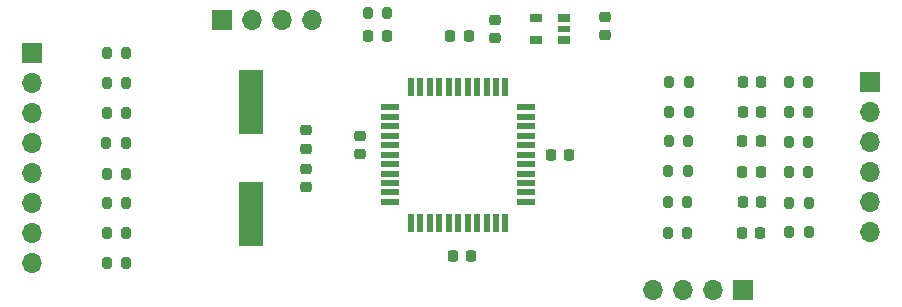
<source format=gts>
G04 #@! TF.GenerationSoftware,KiCad,Pcbnew,6.0.2+dfsg-1~bpo11+1*
G04 #@! TF.CreationDate,2022-09-15T10:15:19-04:00*
G04 #@! TF.ProjectId,at42qt148_captouch,61743432-7174-4313-9438-5f636170746f,rev?*
G04 #@! TF.SameCoordinates,Original*
G04 #@! TF.FileFunction,Soldermask,Top*
G04 #@! TF.FilePolarity,Negative*
%FSLAX46Y46*%
G04 Gerber Fmt 4.6, Leading zero omitted, Abs format (unit mm)*
G04 Created by KiCad (PCBNEW 6.0.2+dfsg-1~bpo11+1) date 2022-09-15 10:15:19*
%MOMM*%
%LPD*%
G01*
G04 APERTURE LIST*
G04 Aperture macros list*
%AMRoundRect*
0 Rectangle with rounded corners*
0 $1 Rounding radius*
0 $2 $3 $4 $5 $6 $7 $8 $9 X,Y pos of 4 corners*
0 Add a 4 corners polygon primitive as box body*
4,1,4,$2,$3,$4,$5,$6,$7,$8,$9,$2,$3,0*
0 Add four circle primitives for the rounded corners*
1,1,$1+$1,$2,$3*
1,1,$1+$1,$4,$5*
1,1,$1+$1,$6,$7*
1,1,$1+$1,$8,$9*
0 Add four rect primitives between the rounded corners*
20,1,$1+$1,$2,$3,$4,$5,0*
20,1,$1+$1,$4,$5,$6,$7,0*
20,1,$1+$1,$6,$7,$8,$9,0*
20,1,$1+$1,$8,$9,$2,$3,0*%
G04 Aperture macros list end*
%ADD10RoundRect,0.200000X0.200000X0.275000X-0.200000X0.275000X-0.200000X-0.275000X0.200000X-0.275000X0*%
%ADD11RoundRect,0.200000X-0.200000X-0.275000X0.200000X-0.275000X0.200000X0.275000X-0.200000X0.275000X0*%
%ADD12RoundRect,0.225000X0.250000X-0.225000X0.250000X0.225000X-0.250000X0.225000X-0.250000X-0.225000X0*%
%ADD13RoundRect,0.225000X-0.225000X-0.250000X0.225000X-0.250000X0.225000X0.250000X-0.225000X0.250000X0*%
%ADD14RoundRect,0.218750X0.218750X0.256250X-0.218750X0.256250X-0.218750X-0.256250X0.218750X-0.256250X0*%
%ADD15RoundRect,0.225000X0.225000X0.250000X-0.225000X0.250000X-0.225000X-0.250000X0.225000X-0.250000X0*%
%ADD16RoundRect,0.225000X-0.250000X0.225000X-0.250000X-0.225000X0.250000X-0.225000X0.250000X0.225000X0*%
%ADD17R,1.700000X1.700000*%
%ADD18O,1.700000X1.700000*%
%ADD19R,1.000000X0.800000*%
%ADD20R,1.000000X0.600000*%
%ADD21R,2.000000X5.500000*%
%ADD22R,1.500000X0.600000*%
%ADD23R,0.600000X1.500000*%
G04 APERTURE END LIST*
D10*
X164200000Y-101875000D03*
X162550000Y-101875000D03*
D11*
X137175000Y-83250000D03*
X138825000Y-83250000D03*
D12*
X147950000Y-85400000D03*
X147950000Y-83850000D03*
D10*
X116700000Y-91700000D03*
X115050000Y-91700000D03*
X116725000Y-101900000D03*
X115075000Y-101900000D03*
X164250000Y-96650000D03*
X162600000Y-96650000D03*
D13*
X168900000Y-91625000D03*
X170450000Y-91625000D03*
D14*
X138787500Y-85175000D03*
X137212500Y-85175000D03*
D10*
X164225000Y-99275000D03*
X162575000Y-99275000D03*
D11*
X172800000Y-91650000D03*
X174450000Y-91650000D03*
D12*
X131950000Y-98025000D03*
X131950000Y-96475000D03*
D15*
X154200000Y-95250000D03*
X152650000Y-95250000D03*
D10*
X164300000Y-94075000D03*
X162650000Y-94075000D03*
X116700000Y-96850000D03*
X115050000Y-96850000D03*
D13*
X168925000Y-89100000D03*
X170475000Y-89100000D03*
X168875000Y-96725000D03*
X170425000Y-96725000D03*
D10*
X116725000Y-99350000D03*
X115075000Y-99350000D03*
D16*
X157250000Y-83600000D03*
X157250000Y-85150000D03*
D13*
X144150000Y-85175000D03*
X145700000Y-85175000D03*
D16*
X136475000Y-93650000D03*
X136475000Y-95200000D03*
D11*
X172875000Y-101825000D03*
X174525000Y-101825000D03*
X172825000Y-96750000D03*
X174475000Y-96750000D03*
D17*
X108700000Y-86645000D03*
D18*
X108700000Y-89185000D03*
X108700000Y-91725000D03*
X108700000Y-94265000D03*
X108700000Y-96805000D03*
X108700000Y-99345000D03*
X108700000Y-101885000D03*
X108700000Y-104425000D03*
D11*
X172800000Y-89125000D03*
X174450000Y-89125000D03*
D13*
X144375000Y-103800000D03*
X145925000Y-103800000D03*
D19*
X153800000Y-85575000D03*
D20*
X153800000Y-84625000D03*
D19*
X153800000Y-83675000D03*
X151400000Y-83675000D03*
X151400000Y-85575000D03*
D10*
X116700000Y-89200000D03*
X115050000Y-89200000D03*
X116700000Y-86650000D03*
X115050000Y-86650000D03*
X164350000Y-89100000D03*
X162700000Y-89100000D03*
D13*
X168900000Y-99300000D03*
X170450000Y-99300000D03*
D17*
X179725000Y-89125000D03*
D18*
X179725000Y-91665000D03*
X179725000Y-94205000D03*
X179725000Y-96745000D03*
X179725000Y-99285000D03*
X179725000Y-101825000D03*
D17*
X168900000Y-106680000D03*
D18*
X166360000Y-106680000D03*
X163820000Y-106680000D03*
X161280000Y-106680000D03*
D17*
X124850000Y-83820000D03*
D18*
X127390000Y-83820000D03*
X129930000Y-83820000D03*
X132470000Y-83820000D03*
D11*
X172850000Y-99325000D03*
X174500000Y-99325000D03*
D10*
X116725000Y-104425000D03*
X115075000Y-104425000D03*
D13*
X168825000Y-101850000D03*
X170375000Y-101850000D03*
D16*
X131950000Y-93200000D03*
X131950000Y-94750000D03*
D21*
X127275000Y-100300000D03*
X127275000Y-90800000D03*
D13*
X168875000Y-94125000D03*
X170425000Y-94125000D03*
D10*
X164350000Y-91600000D03*
X162700000Y-91600000D03*
D11*
X172825000Y-94175000D03*
X174475000Y-94175000D03*
D22*
X139075000Y-91250000D03*
X139075000Y-92050000D03*
X139075000Y-92850000D03*
X139075000Y-93650000D03*
X139075000Y-94450000D03*
X139075000Y-95250000D03*
X139075000Y-96050000D03*
X139075000Y-96850000D03*
X139075000Y-97650000D03*
X139075000Y-98450000D03*
X139075000Y-99250000D03*
D23*
X140825000Y-101000000D03*
X141625000Y-101000000D03*
X142425000Y-101000000D03*
X143225000Y-101000000D03*
X144025000Y-101000000D03*
X144825000Y-101000000D03*
X145625000Y-101000000D03*
X146425000Y-101000000D03*
X147225000Y-101000000D03*
X148025000Y-101000000D03*
X148825000Y-101000000D03*
D22*
X150575000Y-99250000D03*
X150575000Y-98450000D03*
X150575000Y-97650000D03*
X150575000Y-96850000D03*
X150575000Y-96050000D03*
X150575000Y-95250000D03*
X150575000Y-94450000D03*
X150575000Y-93650000D03*
X150575000Y-92850000D03*
X150575000Y-92050000D03*
X150575000Y-91250000D03*
D23*
X148825000Y-89500000D03*
X148025000Y-89500000D03*
X147225000Y-89500000D03*
X146425000Y-89500000D03*
X145625000Y-89500000D03*
X144825000Y-89500000D03*
X144025000Y-89500000D03*
X143225000Y-89500000D03*
X142425000Y-89500000D03*
X141625000Y-89500000D03*
X140825000Y-89500000D03*
D10*
X116675000Y-94275000D03*
X115025000Y-94275000D03*
M02*

</source>
